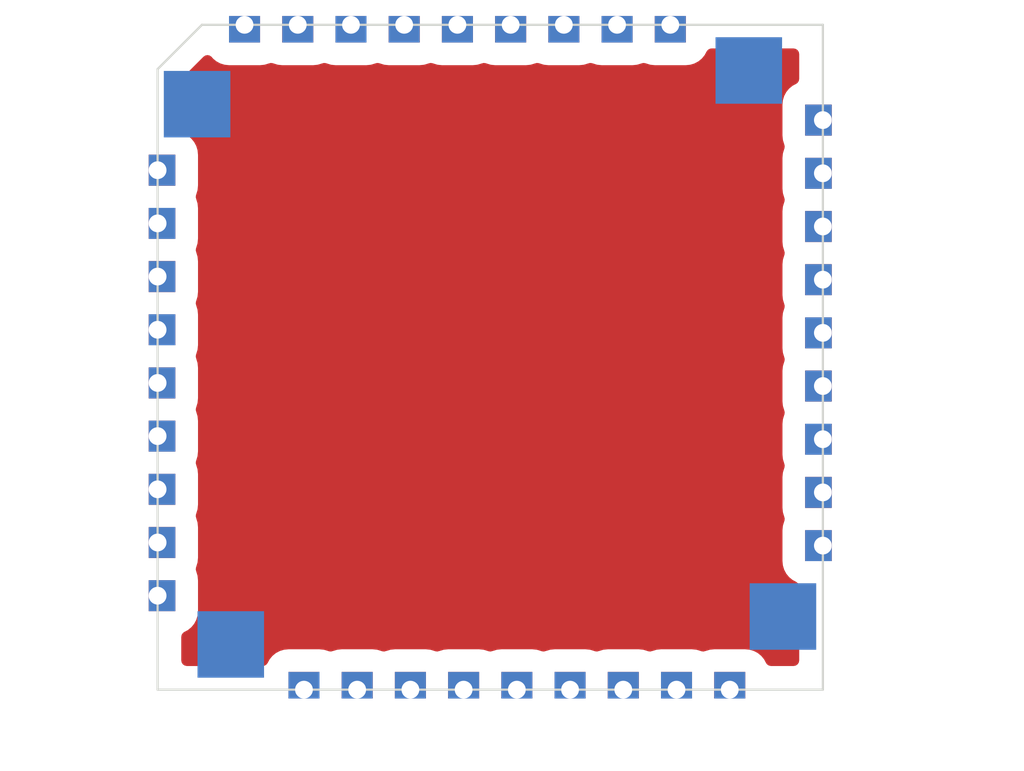
<source format=kicad_pcb>
(kicad_pcb (version 20171130) (host pcbnew "(5.1.4)-1")

  (general
    (thickness 0.5)
    (drawings 5)
    (tracks 0)
    (zones 0)
    (modules 1)
    (nets 1)
  )

  (page A4)
  (layers
    (0 F.Cu signal)
    (31 B.Cu signal)
    (32 B.Adhes user)
    (33 F.Adhes user)
    (34 B.Paste user)
    (35 F.Paste user)
    (36 B.SilkS user)
    (37 F.SilkS user)
    (38 B.Mask user)
    (39 F.Mask user)
    (40 Dwgs.User user)
    (41 Cmts.User user)
    (42 Eco1.User user)
    (43 Eco2.User user)
    (44 Edge.Cuts user)
    (45 Margin user)
    (46 B.CrtYd user)
    (47 F.CrtYd user)
    (48 B.Fab user)
    (49 F.Fab user)
  )

  (setup
    (last_trace_width 0.25)
    (trace_clearance 0.2)
    (zone_clearance 0.508)
    (zone_45_only no)
    (trace_min 0.2)
    (via_size 0.8)
    (via_drill 0.4)
    (via_min_size 0.4)
    (via_min_drill 0.3)
    (uvia_size 0.3)
    (uvia_drill 0.1)
    (uvias_allowed no)
    (uvia_min_size 0.2)
    (uvia_min_drill 0.1)
    (edge_width 0.05)
    (segment_width 0.2)
    (pcb_text_width 0.3)
    (pcb_text_size 1.5 1.5)
    (mod_edge_width 0.12)
    (mod_text_size 1 1)
    (mod_text_width 0.15)
    (pad_size 1.524 1.524)
    (pad_drill 0.762)
    (pad_to_mask_clearance 0.051)
    (solder_mask_min_width 0.25)
    (aux_axis_origin 0 0)
    (grid_origin 151.5 91)
    (visible_elements FFFFFF7F)
    (pcbplotparams
      (layerselection 0x010fc_ffffffff)
      (usegerberextensions false)
      (usegerberattributes false)
      (usegerberadvancedattributes false)
      (creategerberjobfile false)
      (excludeedgelayer true)
      (linewidth 0.150000)
      (plotframeref false)
      (viasonmask false)
      (mode 1)
      (useauxorigin false)
      (hpglpennumber 1)
      (hpglpenspeed 20)
      (hpglpendiameter 15.000000)
      (psnegative false)
      (psa4output false)
      (plotreference true)
      (plotvalue true)
      (plotinvisibletext false)
      (padsonsilk false)
      (subtractmaskfromsilk false)
      (outputformat 1)
      (mirror false)
      (drillshape 1)
      (scaleselection 1)
      (outputdirectory ""))
  )

  (net 0 "")

  (net_class Default "This is the default net class."
    (clearance 0.2)
    (trace_width 0.25)
    (via_dia 0.8)
    (via_drill 0.4)
    (uvia_dia 0.3)
    (uvia_drill 0.1)
  )

  (module tinylora_v1:RAK4260-module-castellated (layer F.Cu) (tedit 5DC1A0FA) (tstamp 5DC24C3F)
    (at 151.5 91)
    (fp_text reference REF** (at 0.5 -0.25) (layer F.SilkS) hide
      (effects (font (size 1 1) (thickness 0.15)))
    )
    (fp_text value RAK4260-module-castellated (at 0.5 8.5) (layer F.Fab)
      (effects (font (size 1 1) (thickness 0.15)))
    )
    (fp_line (start -8 0) (end 8 0) (layer Eco1.User) (width 0.12))
    (fp_line (start 0 8) (end 0 -8) (layer Eco1.User) (width 0.12))
    (fp_line (start -6.5 -7.5) (end -7.5 -6.5) (layer Eco1.User) (width 0.12))
    (fp_line (start -7.5 7.5) (end -7.5 -6.5) (layer Eco1.User) (width 0.12))
    (fp_line (start 7.5 -7.5) (end -6.5 -7.5) (layer Eco1.User) (width 0.12))
    (fp_line (start 7.5 7.5) (end 7.5 -7.5) (layer Eco1.User) (width 0.12))
    (fp_line (start -7.5 7.5) (end 7.5 7.5) (layer Eco1.User) (width 0.12))
    (pad 28 thru_hole rect (at 4.06 -7.5 270) (size 0.6 0.7) (drill 0.4 (offset 0.1 0)) (layers *.Cu *.Mask))
    (pad 29 thru_hole rect (at 2.86 -7.5 270) (size 0.6 0.7) (drill 0.4 (offset 0.1 0)) (layers *.Cu *.Mask))
    (pad 30 thru_hole rect (at 1.66 -7.5 270) (size 0.6 0.7) (drill 0.4 (offset 0.1 0)) (layers *.Cu *.Mask))
    (pad 31 thru_hole rect (at 0.46 -7.5 270) (size 0.6 0.7) (drill 0.4 (offset 0.1 0)) (layers *.Cu *.Mask))
    (pad 32 thru_hole rect (at -0.74 -7.5 270) (size 0.6 0.7) (drill 0.4 (offset 0.1 0)) (layers *.Cu *.Mask))
    (pad 33 thru_hole rect (at -1.94 -7.5 270) (size 0.6 0.7) (drill 0.4 (offset 0.1 0)) (layers *.Cu *.Mask))
    (pad 34 thru_hole rect (at -3.14 -7.5 270) (size 0.6 0.7) (drill 0.4 (offset 0.1 0)) (layers *.Cu *.Mask))
    (pad 35 thru_hole rect (at -4.34 -7.5 270) (size 0.6 0.7) (drill 0.4 (offset 0.1 0)) (layers *.Cu *.Mask))
    (pad 36 thru_hole rect (at -5.54 -7.5 270) (size 0.6 0.7) (drill 0.4 (offset 0.1 0)) (layers *.Cu *.Mask))
    (pad 19 thru_hole rect (at 7.5 4.25 180) (size 0.6 0.7) (drill 0.4 (offset 0.1 0)) (layers *.Cu *.Mask))
    (pad 20 thru_hole rect (at 7.5 3.05 180) (size 0.6 0.7) (drill 0.4 (offset 0.1 0)) (layers *.Cu *.Mask))
    (pad 21 thru_hole rect (at 7.5 1.85 180) (size 0.6 0.7) (drill 0.4 (offset 0.1 0)) (layers *.Cu *.Mask))
    (pad 22 thru_hole rect (at 7.5 0.65 180) (size 0.6 0.7) (drill 0.4 (offset 0.1 0)) (layers *.Cu *.Mask))
    (pad 23 thru_hole rect (at 7.5 -0.55 180) (size 0.6 0.7) (drill 0.4 (offset 0.1 0)) (layers *.Cu *.Mask))
    (pad 24 thru_hole rect (at 7.5 -1.75 180) (size 0.6 0.7) (drill 0.4 (offset 0.1 0)) (layers *.Cu *.Mask))
    (pad 25 thru_hole rect (at 7.5 -2.95 180) (size 0.6 0.7) (drill 0.4 (offset 0.1 0)) (layers *.Cu *.Mask))
    (pad 26 thru_hole rect (at 7.5 -4.15 180) (size 0.6 0.7) (drill 0.4 (offset 0.1 0)) (layers *.Cu *.Mask))
    (pad 27 thru_hole rect (at 7.5 -5.35 180) (size 0.6 0.7) (drill 0.4 (offset 0.1 0)) (layers *.Cu *.Mask))
    (pad 18 thru_hole rect (at 5.4 7.5 90) (size 0.6 0.7) (drill 0.4 (offset 0.1 0)) (layers *.Cu *.Mask))
    (pad 17 thru_hole rect (at 4.2 7.5 90) (size 0.6 0.7) (drill 0.4 (offset 0.1 0)) (layers *.Cu *.Mask))
    (pad 16 thru_hole rect (at 3 7.5 90) (size 0.6 0.7) (drill 0.4 (offset 0.1 0)) (layers *.Cu *.Mask))
    (pad 15 thru_hole rect (at 1.8 7.5 90) (size 0.6 0.7) (drill 0.4 (offset 0.1 0)) (layers *.Cu *.Mask))
    (pad 14 thru_hole rect (at 0.6 7.5 90) (size 0.6 0.7) (drill 0.4 (offset 0.1 0)) (layers *.Cu *.Mask))
    (pad 13 thru_hole rect (at -0.6 7.5 90) (size 0.6 0.7) (drill 0.4 (offset 0.1 0)) (layers *.Cu *.Mask))
    (pad 12 thru_hole rect (at -1.8 7.5 90) (size 0.6 0.7) (drill 0.4 (offset 0.1 0)) (layers *.Cu *.Mask))
    (pad 11 thru_hole rect (at -3 7.5 90) (size 0.6 0.7) (drill 0.4 (offset 0.1 0)) (layers *.Cu *.Mask))
    (pad 10 thru_hole rect (at -4.2 7.5 90) (size 0.6 0.7) (drill 0.4 (offset 0.1 0)) (layers *.Cu *.Mask))
    (pad 9 thru_hole rect (at -7.5 5.38) (size 0.6 0.7) (drill 0.4 (offset 0.1 0)) (layers *.Cu *.Mask))
    (pad 8 thru_hole rect (at -7.5 4.18) (size 0.6 0.7) (drill 0.4 (offset 0.1 0)) (layers *.Cu *.Mask))
    (pad 7 thru_hole rect (at -7.5 2.98) (size 0.6 0.7) (drill 0.4 (offset 0.1 0)) (layers *.Cu *.Mask))
    (pad 6 thru_hole rect (at -7.5 1.78) (size 0.6 0.7) (drill 0.4 (offset 0.1 0)) (layers *.Cu *.Mask))
    (pad 5 thru_hole rect (at -7.5 0.58) (size 0.6 0.7) (drill 0.4 (offset 0.1 0)) (layers *.Cu *.Mask))
    (pad 4 thru_hole rect (at -7.5 -0.62) (size 0.6 0.7) (drill 0.4 (offset 0.1 0)) (layers *.Cu *.Mask))
    (pad 3 thru_hole rect (at -7.5 -1.82) (size 0.6 0.7) (drill 0.4 (offset 0.1 0)) (layers *.Cu *.Mask))
    (pad 2 thru_hole rect (at -7.5 -3.02) (size 0.6 0.7) (drill 0.4 (offset 0.1 0)) (layers *.Cu *.Mask))
    (pad 37 connect rect (at -6.61 -5.71) (size 1.5 1.5) (layers B.Cu B.Mask))
    (pad 37 connect rect (at 5.83 -6.47) (size 1.5 1.5) (layers B.Cu B.Mask))
    (pad 37 connect rect (at 6.6 5.85) (size 1.5 1.5) (layers B.Cu B.Mask))
    (pad 37 connect rect (at -5.85 6.48) (size 1.5 1.5) (layers B.Cu B.Mask))
    (pad 1 thru_hole rect (at -7.5 -4.22) (size 0.6 0.7) (drill 0.4 (offset 0.1 0)) (layers *.Cu *.Mask))
  )

  (gr_line (start 144 84.5) (end 145 83.5) (layer Edge.Cuts) (width 0.05) (tstamp 5DC24DA0))
  (gr_line (start 144 98.5) (end 144 84.5) (layer Edge.Cuts) (width 0.05))
  (gr_line (start 159 98.5) (end 144 98.5) (layer Edge.Cuts) (width 0.05))
  (gr_line (start 159 83.5) (end 159 98.5) (layer Edge.Cuts) (width 0.05))
  (gr_line (start 145 83.5) (end 159 83.5) (layer Edge.Cuts) (width 0.05))

  (zone (net 0) (net_name "") (layer F.Cu) (tstamp 0) (hatch edge 0.508)
    (connect_pads yes (clearance 0.508))
    (min_thickness 0.254)
    (fill yes (arc_segments 32) (thermal_gap 0.508) (thermal_bridge_width 0.508))
    (polygon
      (pts
        (xy 145.1 83.6) (xy 158.9 83.6) (xy 158.9 98.4) (xy 144.1 98.4) (xy 144.1 84.5)
      )
    )
    (filled_polygon
      (pts
        (xy 158.34 84.718954) (xy 158.245506 84.769463) (xy 158.148815 84.848815) (xy 158.069463 84.945506) (xy 158.010498 85.05582)
        (xy 157.974188 85.175518) (xy 157.961928 85.3) (xy 157.961928 86) (xy 157.974188 86.124482) (xy 158.010498 86.24418)
        (xy 158.013609 86.25) (xy 158.010498 86.25582) (xy 157.974188 86.375518) (xy 157.961928 86.5) (xy 157.961928 87.2)
        (xy 157.974188 87.324482) (xy 158.010498 87.44418) (xy 158.013609 87.45) (xy 158.010498 87.45582) (xy 157.974188 87.575518)
        (xy 157.961928 87.7) (xy 157.961928 88.4) (xy 157.974188 88.524482) (xy 158.010498 88.64418) (xy 158.013609 88.65)
        (xy 158.010498 88.65582) (xy 157.974188 88.775518) (xy 157.961928 88.9) (xy 157.961928 89.6) (xy 157.974188 89.724482)
        (xy 158.010498 89.84418) (xy 158.013609 89.85) (xy 158.010498 89.85582) (xy 157.974188 89.975518) (xy 157.961928 90.1)
        (xy 157.961928 90.8) (xy 157.974188 90.924482) (xy 158.010498 91.04418) (xy 158.013609 91.05) (xy 158.010498 91.05582)
        (xy 157.974188 91.175518) (xy 157.961928 91.3) (xy 157.961928 92) (xy 157.974188 92.124482) (xy 158.010498 92.24418)
        (xy 158.013609 92.25) (xy 158.010498 92.25582) (xy 157.974188 92.375518) (xy 157.961928 92.5) (xy 157.961928 93.2)
        (xy 157.974188 93.324482) (xy 158.010498 93.44418) (xy 158.013609 93.45) (xy 158.010498 93.45582) (xy 157.974188 93.575518)
        (xy 157.961928 93.7) (xy 157.961928 94.4) (xy 157.974188 94.524482) (xy 158.010498 94.64418) (xy 158.013609 94.65)
        (xy 158.010498 94.65582) (xy 157.974188 94.775518) (xy 157.961928 94.9) (xy 157.961928 95.6) (xy 157.974188 95.724482)
        (xy 158.010498 95.84418) (xy 158.069463 95.954494) (xy 158.148815 96.051185) (xy 158.245506 96.130537) (xy 158.340001 96.181046)
        (xy 158.340001 97.84) (xy 157.831046 97.84) (xy 157.780537 97.745506) (xy 157.701185 97.648815) (xy 157.604494 97.569463)
        (xy 157.49418 97.510498) (xy 157.374482 97.474188) (xy 157.25 97.461928) (xy 156.55 97.461928) (xy 156.425518 97.474188)
        (xy 156.30582 97.510498) (xy 156.3 97.513609) (xy 156.29418 97.510498) (xy 156.174482 97.474188) (xy 156.05 97.461928)
        (xy 155.35 97.461928) (xy 155.225518 97.474188) (xy 155.10582 97.510498) (xy 155.1 97.513609) (xy 155.09418 97.510498)
        (xy 154.974482 97.474188) (xy 154.85 97.461928) (xy 154.15 97.461928) (xy 154.025518 97.474188) (xy 153.90582 97.510498)
        (xy 153.9 97.513609) (xy 153.89418 97.510498) (xy 153.774482 97.474188) (xy 153.65 97.461928) (xy 152.95 97.461928)
        (xy 152.825518 97.474188) (xy 152.70582 97.510498) (xy 152.7 97.513609) (xy 152.69418 97.510498) (xy 152.574482 97.474188)
        (xy 152.45 97.461928) (xy 151.75 97.461928) (xy 151.625518 97.474188) (xy 151.50582 97.510498) (xy 151.5 97.513609)
        (xy 151.49418 97.510498) (xy 151.374482 97.474188) (xy 151.25 97.461928) (xy 150.55 97.461928) (xy 150.425518 97.474188)
        (xy 150.30582 97.510498) (xy 150.3 97.513609) (xy 150.29418 97.510498) (xy 150.174482 97.474188) (xy 150.05 97.461928)
        (xy 149.35 97.461928) (xy 149.225518 97.474188) (xy 149.10582 97.510498) (xy 149.1 97.513609) (xy 149.09418 97.510498)
        (xy 148.974482 97.474188) (xy 148.85 97.461928) (xy 148.15 97.461928) (xy 148.025518 97.474188) (xy 147.90582 97.510498)
        (xy 147.9 97.513609) (xy 147.89418 97.510498) (xy 147.774482 97.474188) (xy 147.65 97.461928) (xy 146.95 97.461928)
        (xy 146.825518 97.474188) (xy 146.70582 97.510498) (xy 146.595506 97.569463) (xy 146.498815 97.648815) (xy 146.419463 97.745506)
        (xy 146.368954 97.84) (xy 144.66 97.84) (xy 144.66 97.311046) (xy 144.754494 97.260537) (xy 144.851185 97.181185)
        (xy 144.930537 97.084494) (xy 144.989502 96.97418) (xy 145.025812 96.854482) (xy 145.038072 96.73) (xy 145.038072 96.03)
        (xy 145.025812 95.905518) (xy 144.989502 95.78582) (xy 144.986391 95.78) (xy 144.989502 95.77418) (xy 145.025812 95.654482)
        (xy 145.038072 95.53) (xy 145.038072 94.83) (xy 145.025812 94.705518) (xy 144.989502 94.58582) (xy 144.986391 94.58)
        (xy 144.989502 94.57418) (xy 145.025812 94.454482) (xy 145.038072 94.33) (xy 145.038072 93.63) (xy 145.025812 93.505518)
        (xy 144.989502 93.38582) (xy 144.986391 93.38) (xy 144.989502 93.37418) (xy 145.025812 93.254482) (xy 145.038072 93.13)
        (xy 145.038072 92.43) (xy 145.025812 92.305518) (xy 144.989502 92.18582) (xy 144.986391 92.18) (xy 144.989502 92.17418)
        (xy 145.025812 92.054482) (xy 145.038072 91.93) (xy 145.038072 91.23) (xy 145.025812 91.105518) (xy 144.989502 90.98582)
        (xy 144.986391 90.98) (xy 144.989502 90.97418) (xy 145.025812 90.854482) (xy 145.038072 90.73) (xy 145.038072 90.03)
        (xy 145.025812 89.905518) (xy 144.989502 89.78582) (xy 144.986391 89.78) (xy 144.989502 89.77418) (xy 145.025812 89.654482)
        (xy 145.038072 89.53) (xy 145.038072 88.83) (xy 145.025812 88.705518) (xy 144.989502 88.58582) (xy 144.986391 88.58)
        (xy 144.989502 88.57418) (xy 145.025812 88.454482) (xy 145.038072 88.33) (xy 145.038072 87.63) (xy 145.025812 87.505518)
        (xy 144.989502 87.38582) (xy 144.986391 87.38) (xy 144.989502 87.37418) (xy 145.025812 87.254482) (xy 145.038072 87.13)
        (xy 145.038072 86.43) (xy 145.025812 86.305518) (xy 144.989502 86.18582) (xy 144.930537 86.075506) (xy 144.851185 85.978815)
        (xy 144.754494 85.899463) (xy 144.66 85.848954) (xy 144.66 84.77338) (xy 145.124279 84.309102) (xy 145.158815 84.351185)
        (xy 145.255506 84.430537) (xy 145.36582 84.489502) (xy 145.485518 84.525812) (xy 145.61 84.538072) (xy 146.31 84.538072)
        (xy 146.434482 84.525812) (xy 146.55418 84.489502) (xy 146.56 84.486391) (xy 146.56582 84.489502) (xy 146.685518 84.525812)
        (xy 146.81 84.538072) (xy 147.51 84.538072) (xy 147.634482 84.525812) (xy 147.75418 84.489502) (xy 147.76 84.486391)
        (xy 147.76582 84.489502) (xy 147.885518 84.525812) (xy 148.01 84.538072) (xy 148.71 84.538072) (xy 148.834482 84.525812)
        (xy 148.95418 84.489502) (xy 148.96 84.486391) (xy 148.96582 84.489502) (xy 149.085518 84.525812) (xy 149.21 84.538072)
        (xy 149.91 84.538072) (xy 150.034482 84.525812) (xy 150.15418 84.489502) (xy 150.16 84.486391) (xy 150.16582 84.489502)
        (xy 150.285518 84.525812) (xy 150.41 84.538072) (xy 151.11 84.538072) (xy 151.234482 84.525812) (xy 151.35418 84.489502)
        (xy 151.36 84.486391) (xy 151.36582 84.489502) (xy 151.485518 84.525812) (xy 151.61 84.538072) (xy 152.31 84.538072)
        (xy 152.434482 84.525812) (xy 152.55418 84.489502) (xy 152.56 84.486391) (xy 152.56582 84.489502) (xy 152.685518 84.525812)
        (xy 152.81 84.538072) (xy 153.51 84.538072) (xy 153.634482 84.525812) (xy 153.75418 84.489502) (xy 153.76 84.486391)
        (xy 153.76582 84.489502) (xy 153.885518 84.525812) (xy 154.01 84.538072) (xy 154.71 84.538072) (xy 154.834482 84.525812)
        (xy 154.95418 84.489502) (xy 154.96 84.486391) (xy 154.96582 84.489502) (xy 155.085518 84.525812) (xy 155.21 84.538072)
        (xy 155.91 84.538072) (xy 156.034482 84.525812) (xy 156.15418 84.489502) (xy 156.264494 84.430537) (xy 156.361185 84.351185)
        (xy 156.440537 84.254494) (xy 156.491046 84.16) (xy 158.34 84.16)
      )
    )
  )
)

</source>
